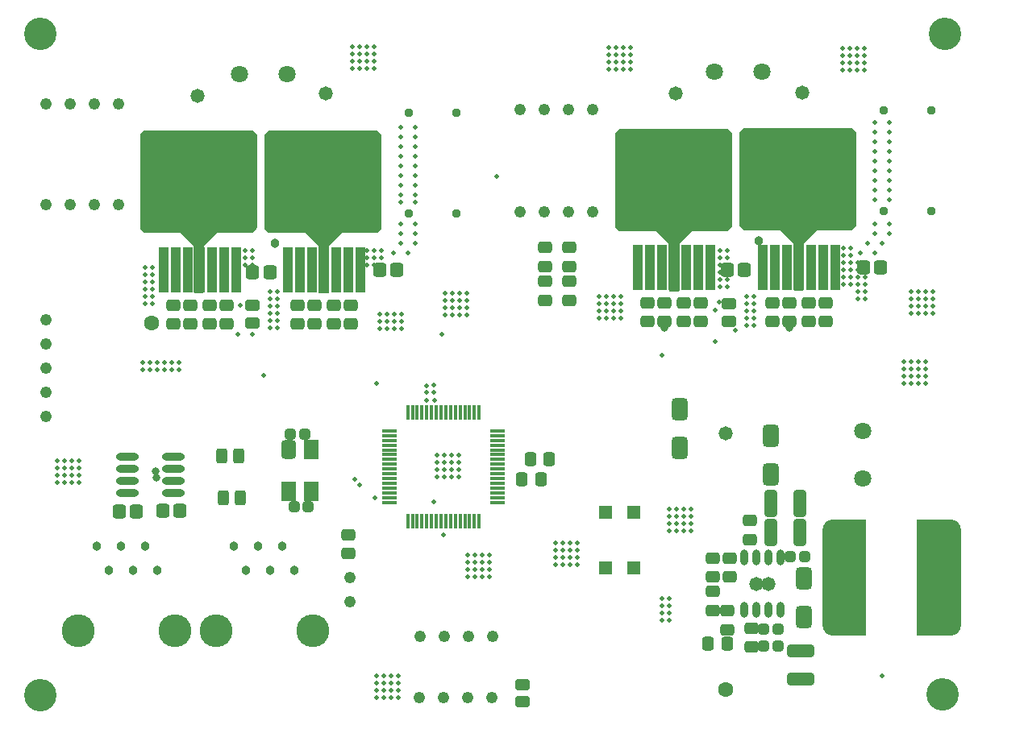
<source format=gts>
G04*
G04 #@! TF.GenerationSoftware,Altium Limited,Altium Designer,18.0.12 (696)*
G04*
G04 Layer_Color=13158*
%FSLAX44Y44*%
%MOMM*%
G71*
G01*
G75*
%ADD17R,1.5000X0.3000*%
%ADD18R,0.3000X1.5000*%
%ADD37O,2.4032X0.8032*%
G04:AMPARAMS|DCode=38|XSize=1.4732mm|YSize=1.3532mm|CornerRadius=0.2741mm|HoleSize=0mm|Usage=FLASHONLY|Rotation=270.000|XOffset=0mm|YOffset=0mm|HoleType=Round|Shape=RoundedRectangle|*
%AMROUNDEDRECTD38*
21,1,1.4732,0.8050,0,0,270.0*
21,1,0.9250,1.3532,0,0,270.0*
1,1,0.5482,-0.4025,-0.4625*
1,1,0.5482,-0.4025,0.4625*
1,1,0.5482,0.4025,0.4625*
1,1,0.5482,0.4025,-0.4625*
%
%ADD38ROUNDEDRECTD38*%
G04:AMPARAMS|DCode=39|XSize=1.6032mm|YSize=1.2032mm|CornerRadius=0.3516mm|HoleSize=0mm|Usage=FLASHONLY|Rotation=180.000|XOffset=0mm|YOffset=0mm|HoleType=Round|Shape=RoundedRectangle|*
%AMROUNDEDRECTD39*
21,1,1.6032,0.5000,0,0,180.0*
21,1,0.9000,1.2032,0,0,180.0*
1,1,0.7032,-0.4500,0.2500*
1,1,0.7032,0.4500,0.2500*
1,1,0.7032,0.4500,-0.2500*
1,1,0.7032,-0.4500,-0.2500*
%
%ADD39ROUNDEDRECTD39*%
%ADD40R,11.0032X9.6032*%
%ADD41R,1.0032X4.8032*%
G04:AMPARAMS|DCode=42|XSize=1.6032mm|YSize=1.2032mm|CornerRadius=0.3516mm|HoleSize=0mm|Usage=FLASHONLY|Rotation=90.000|XOffset=0mm|YOffset=0mm|HoleType=Round|Shape=RoundedRectangle|*
%AMROUNDEDRECTD42*
21,1,1.6032,0.5000,0,0,90.0*
21,1,0.9000,1.2032,0,0,90.0*
1,1,0.7032,0.2500,0.4500*
1,1,0.7032,0.2500,-0.4500*
1,1,0.7032,-0.2500,-0.4500*
1,1,0.7032,-0.2500,0.4500*
%
%ADD42ROUNDEDRECTD42*%
G04:AMPARAMS|DCode=43|XSize=12.2032mm|YSize=4.2032mm|CornerRadius=1.1016mm|HoleSize=0mm|Usage=FLASHONLY|Rotation=90.000|XOffset=0mm|YOffset=0mm|HoleType=Round|Shape=RoundedRectangle|*
%AMROUNDEDRECTD43*
21,1,12.2032,2.0000,0,0,90.0*
21,1,10.0000,4.2032,0,0,90.0*
1,1,2.2032,1.0000,5.0000*
1,1,2.2032,1.0000,-5.0000*
1,1,2.2032,-1.0000,-5.0000*
1,1,2.2032,-1.0000,5.0000*
%
%ADD43ROUNDEDRECTD43*%
%ADD44R,2.1082X12.2032*%
%ADD45O,0.8032X1.6532*%
G04:AMPARAMS|DCode=46|XSize=1.1032mm|YSize=1.1032mm|CornerRadius=0.2366mm|HoleSize=0mm|Usage=FLASHONLY|Rotation=90.000|XOffset=0mm|YOffset=0mm|HoleType=Round|Shape=RoundedRectangle|*
%AMROUNDEDRECTD46*
21,1,1.1032,0.6300,0,0,90.0*
21,1,0.6300,1.1032,0,0,90.0*
1,1,0.4732,0.3150,0.3150*
1,1,0.4732,0.3150,-0.3150*
1,1,0.4732,-0.3150,-0.3150*
1,1,0.4732,-0.3150,0.3150*
%
%ADD46ROUNDEDRECTD46*%
G04:AMPARAMS|DCode=47|XSize=2.9032mm|YSize=1.3532mm|CornerRadius=0.3891mm|HoleSize=0mm|Usage=FLASHONLY|Rotation=270.000|XOffset=0mm|YOffset=0mm|HoleType=Round|Shape=RoundedRectangle|*
%AMROUNDEDRECTD47*
21,1,2.9032,0.5750,0,0,270.0*
21,1,2.1250,1.3532,0,0,270.0*
1,1,0.7782,-0.2875,-1.0625*
1,1,0.7782,-0.2875,1.0625*
1,1,0.7782,0.2875,1.0625*
1,1,0.7782,0.2875,-1.0625*
%
%ADD47ROUNDEDRECTD47*%
G04:AMPARAMS|DCode=48|XSize=2.9032mm|YSize=1.3532mm|CornerRadius=0.3891mm|HoleSize=0mm|Usage=FLASHONLY|Rotation=0.000|XOffset=0mm|YOffset=0mm|HoleType=Round|Shape=RoundedRectangle|*
%AMROUNDEDRECTD48*
21,1,2.9032,0.5750,0,0,0.0*
21,1,2.1250,1.3532,0,0,0.0*
1,1,0.7782,1.0625,-0.2875*
1,1,0.7782,-1.0625,-0.2875*
1,1,0.7782,-1.0625,0.2875*
1,1,0.7782,1.0625,0.2875*
%
%ADD48ROUNDEDRECTD48*%
G04:AMPARAMS|DCode=49|XSize=2.4032mm|YSize=1.7532mm|CornerRadius=0.4891mm|HoleSize=0mm|Usage=FLASHONLY|Rotation=90.000|XOffset=0mm|YOffset=0mm|HoleType=Round|Shape=RoundedRectangle|*
%AMROUNDEDRECTD49*
21,1,2.4032,0.7750,0,0,90.0*
21,1,1.4250,1.7532,0,0,90.0*
1,1,0.9782,0.3875,0.7125*
1,1,0.9782,0.3875,-0.7125*
1,1,0.9782,-0.3875,-0.7125*
1,1,0.9782,-0.3875,0.7125*
%
%ADD49ROUNDEDRECTD49*%
G04:AMPARAMS|DCode=50|XSize=1.4732mm|YSize=1.1532mm|CornerRadius=0.2441mm|HoleSize=0mm|Usage=FLASHONLY|Rotation=180.000|XOffset=0mm|YOffset=0mm|HoleType=Round|Shape=RoundedRectangle|*
%AMROUNDEDRECTD50*
21,1,1.4732,0.6650,0,0,180.0*
21,1,0.9850,1.1532,0,0,180.0*
1,1,0.4882,-0.4925,0.3325*
1,1,0.4882,0.4925,0.3325*
1,1,0.4882,0.4925,-0.3325*
1,1,0.4882,-0.4925,-0.3325*
%
%ADD50ROUNDEDRECTD50*%
G04:AMPARAMS|DCode=51|XSize=1.4732mm|YSize=1.1532mm|CornerRadius=0.2441mm|HoleSize=0mm|Usage=FLASHONLY|Rotation=270.000|XOffset=0mm|YOffset=0mm|HoleType=Round|Shape=RoundedRectangle|*
%AMROUNDEDRECTD51*
21,1,1.4732,0.6650,0,0,270.0*
21,1,0.9850,1.1532,0,0,270.0*
1,1,0.4882,-0.3325,-0.4925*
1,1,0.4882,-0.3325,0.4925*
1,1,0.4882,0.3325,0.4925*
1,1,0.4882,0.3325,-0.4925*
%
%ADD51ROUNDEDRECTD51*%
%ADD52R,1.4732X1.4732*%
%ADD53R,1.6032X2.0032*%
G04:AMPARAMS|DCode=54|XSize=2.0032mm|YSize=1.6032mm|CornerRadius=0.4516mm|HoleSize=0mm|Usage=FLASHONLY|Rotation=270.000|XOffset=0mm|YOffset=0mm|HoleType=Round|Shape=RoundedRectangle|*
%AMROUNDEDRECTD54*
21,1,2.0032,0.7000,0,0,270.0*
21,1,1.1000,1.6032,0,0,270.0*
1,1,0.9032,-0.3500,-0.5500*
1,1,0.9032,-0.3500,0.5500*
1,1,0.9032,0.3500,0.5500*
1,1,0.9032,0.3500,-0.5500*
%
%ADD54ROUNDEDRECTD54*%
%ADD55C,3.4032*%
%ADD56C,3.4032*%
%ADD57C,3.4532*%
%ADD58C,0.9632*%
%ADD59C,1.2192*%
%ADD60C,0.9532*%
%ADD61C,1.8032*%
%ADD62C,0.2032*%
%ADD63C,0.5080*%
%ADD64C,0.8128*%
%ADD65C,0.9652*%
%ADD66C,1.6002*%
%ADD67C,1.4732*%
G36*
X497355Y1373371D02*
X497486Y1373345D01*
X497612Y1373303D01*
X497731Y1373244D01*
X497842Y1373170D01*
X497942Y1373082D01*
X501752Y1369272D01*
X501840Y1369172D01*
X501914Y1369061D01*
X501973Y1368942D01*
X502015Y1368815D01*
X502041Y1368685D01*
X502050Y1368552D01*
Y1270762D01*
X502041Y1270629D01*
X502015Y1270499D01*
X501973Y1270372D01*
X501914Y1270253D01*
X501840Y1270142D01*
X501752Y1270042D01*
X497942Y1266232D01*
X497842Y1266144D01*
X497731Y1266070D01*
X497612Y1266011D01*
X497486Y1265968D01*
X497355Y1265943D01*
X497222Y1265934D01*
X460306Y1265934D01*
X446932Y1252560D01*
X446932Y1204214D01*
X446923Y1204081D01*
X446898Y1203951D01*
X446855Y1203824D01*
X446796Y1203705D01*
X446722Y1203594D01*
X446634Y1203494D01*
X445872Y1202732D01*
X445772Y1202644D01*
X445661Y1202570D01*
X445542Y1202511D01*
X445415Y1202468D01*
X445285Y1202442D01*
X445152Y1202434D01*
X437532D01*
X437399Y1202442D01*
X437268Y1202468D01*
X437142Y1202511D01*
X437023Y1202570D01*
X436912Y1202644D01*
X436812Y1202732D01*
X436050Y1203494D01*
X435962Y1203594D01*
X435888Y1203705D01*
X435829Y1203824D01*
X435787Y1203951D01*
X435760Y1204081D01*
X435752Y1204214D01*
X435752Y1252560D01*
X422378Y1265934D01*
X384192D01*
X384059Y1265943D01*
X383928Y1265968D01*
X383802Y1266011D01*
X383683Y1266070D01*
X383572Y1266144D01*
X383472Y1266232D01*
X379662Y1270042D01*
X379574Y1270142D01*
X379500Y1270253D01*
X379441Y1270372D01*
X379398Y1270499D01*
X379372Y1270629D01*
X379364Y1270762D01*
Y1368552D01*
X379372Y1368685D01*
X379398Y1368815D01*
X379441Y1368942D01*
X379500Y1369061D01*
X379574Y1369172D01*
X379662Y1369272D01*
X383472Y1373082D01*
X383572Y1373170D01*
X383683Y1373244D01*
X383802Y1373303D01*
X383928Y1373345D01*
X384059Y1373371D01*
X384192Y1373380D01*
X497222D01*
X497355Y1373371D01*
D02*
G37*
G36*
X628165Y1373118D02*
X628296Y1373091D01*
X628422Y1373049D01*
X628541Y1372990D01*
X628652Y1372916D01*
X628752Y1372828D01*
X632562Y1369018D01*
X632650Y1368918D01*
X632724Y1368807D01*
X632783Y1368688D01*
X632826Y1368562D01*
X632851Y1368431D01*
X632860Y1368298D01*
Y1270508D01*
X632851Y1270375D01*
X632826Y1270245D01*
X632783Y1270118D01*
X632724Y1269999D01*
X632650Y1269888D01*
X632562Y1269788D01*
X628752Y1265978D01*
X628652Y1265890D01*
X628541Y1265816D01*
X628422Y1265757D01*
X628296Y1265714D01*
X628165Y1265688D01*
X628032Y1265680D01*
X591116Y1265680D01*
X577742Y1252306D01*
X577742Y1203960D01*
X577733Y1203827D01*
X577707Y1203697D01*
X577665Y1203570D01*
X577606Y1203451D01*
X577532Y1203340D01*
X577444Y1203240D01*
X576682Y1202478D01*
X576582Y1202390D01*
X576471Y1202316D01*
X576352Y1202257D01*
X576226Y1202215D01*
X576095Y1202188D01*
X575962Y1202180D01*
X568342D01*
X568209Y1202188D01*
X568078Y1202215D01*
X567952Y1202257D01*
X567833Y1202316D01*
X567722Y1202390D01*
X567622Y1202478D01*
X566860Y1203240D01*
X566772Y1203340D01*
X566698Y1203451D01*
X566639Y1203570D01*
X566596Y1203697D01*
X566571Y1203827D01*
X566562Y1203960D01*
X566562Y1252306D01*
X553188Y1265680D01*
X515002D01*
X514869Y1265688D01*
X514738Y1265714D01*
X514612Y1265757D01*
X514493Y1265816D01*
X514382Y1265890D01*
X514282Y1265978D01*
X510472Y1269788D01*
X510384Y1269888D01*
X510310Y1269999D01*
X510251Y1270118D01*
X510209Y1270245D01*
X510182Y1270375D01*
X510174Y1270508D01*
Y1368298D01*
X510182Y1368431D01*
X510209Y1368562D01*
X510251Y1368688D01*
X510310Y1368807D01*
X510384Y1368918D01*
X510472Y1369018D01*
X514282Y1372828D01*
X514382Y1372916D01*
X514493Y1372990D01*
X514612Y1373049D01*
X514738Y1373091D01*
X514869Y1373118D01*
X515002Y1373126D01*
X628032D01*
X628165Y1373118D01*
D02*
G37*
G36*
X996211Y1374895D02*
X996341Y1374870D01*
X996468Y1374827D01*
X996587Y1374768D01*
X996698Y1374694D01*
X996798Y1374606D01*
X1000608Y1370796D01*
X1000696Y1370696D01*
X1000770Y1370585D01*
X1000829Y1370466D01*
X1000872Y1370340D01*
X1000897Y1370209D01*
X1000906Y1370076D01*
Y1272286D01*
X1000897Y1272153D01*
X1000872Y1272022D01*
X1000829Y1271896D01*
X1000770Y1271777D01*
X1000696Y1271666D01*
X1000608Y1271566D01*
X996798Y1267756D01*
X996698Y1267668D01*
X996587Y1267594D01*
X996468Y1267535D01*
X996341Y1267493D01*
X996211Y1267467D01*
X996078Y1267458D01*
X959162Y1267458D01*
X945788Y1254084D01*
X945788Y1205738D01*
X945779Y1205605D01*
X945753Y1205474D01*
X945711Y1205348D01*
X945652Y1205229D01*
X945578Y1205118D01*
X945490Y1205018D01*
X944728Y1204256D01*
X944628Y1204168D01*
X944517Y1204094D01*
X944398Y1204035D01*
X944271Y1203992D01*
X944141Y1203967D01*
X944008Y1203958D01*
X936388D01*
X936255Y1203967D01*
X936124Y1203992D01*
X935998Y1204035D01*
X935879Y1204094D01*
X935768Y1204168D01*
X935668Y1204256D01*
X934906Y1205018D01*
X934818Y1205118D01*
X934744Y1205229D01*
X934685Y1205348D01*
X934642Y1205474D01*
X934616Y1205605D01*
X934608Y1205738D01*
X934608Y1254084D01*
X921234Y1267458D01*
X883048D01*
X882915Y1267467D01*
X882784Y1267493D01*
X882658Y1267535D01*
X882539Y1267594D01*
X882428Y1267668D01*
X882328Y1267756D01*
X878518Y1271566D01*
X878430Y1271666D01*
X878356Y1271777D01*
X878297Y1271896D01*
X878254Y1272022D01*
X878229Y1272153D01*
X878220Y1272286D01*
Y1370076D01*
X878229Y1370209D01*
X878254Y1370340D01*
X878297Y1370466D01*
X878356Y1370585D01*
X878430Y1370696D01*
X878518Y1370796D01*
X882328Y1374606D01*
X882428Y1374694D01*
X882539Y1374768D01*
X882658Y1374827D01*
X882784Y1374870D01*
X882915Y1374895D01*
X883048Y1374904D01*
X996078D01*
X996211Y1374895D01*
D02*
G37*
G36*
X1127021Y1375912D02*
X1127151Y1375885D01*
X1127278Y1375843D01*
X1127397Y1375784D01*
X1127508Y1375710D01*
X1127608Y1375622D01*
X1131418Y1371812D01*
X1131506Y1371712D01*
X1131580Y1371601D01*
X1131639Y1371482D01*
X1131682Y1371355D01*
X1131707Y1371225D01*
X1131716Y1371092D01*
Y1273302D01*
X1131707Y1273169D01*
X1131682Y1273038D01*
X1131639Y1272912D01*
X1131580Y1272793D01*
X1131506Y1272682D01*
X1131418Y1272582D01*
X1127608Y1268772D01*
X1127508Y1268684D01*
X1127397Y1268610D01*
X1127278Y1268551D01*
X1127151Y1268509D01*
X1127021Y1268483D01*
X1126888Y1268474D01*
X1089972Y1268474D01*
X1076598Y1255100D01*
X1076598Y1206754D01*
X1076589Y1206621D01*
X1076563Y1206490D01*
X1076521Y1206364D01*
X1076462Y1206245D01*
X1076388Y1206134D01*
X1076300Y1206034D01*
X1075538Y1205272D01*
X1075438Y1205184D01*
X1075327Y1205110D01*
X1075208Y1205051D01*
X1075081Y1205008D01*
X1074951Y1204983D01*
X1074818Y1204974D01*
X1067198D01*
X1067065Y1204983D01*
X1066934Y1205008D01*
X1066808Y1205051D01*
X1066689Y1205110D01*
X1066578Y1205184D01*
X1066478Y1205272D01*
X1065716Y1206034D01*
X1065628Y1206134D01*
X1065554Y1206245D01*
X1065495Y1206364D01*
X1065452Y1206490D01*
X1065426Y1206621D01*
X1065418Y1206754D01*
X1065418Y1255100D01*
X1052044Y1268474D01*
X1013858D01*
X1013725Y1268483D01*
X1013594Y1268509D01*
X1013468Y1268551D01*
X1013349Y1268610D01*
X1013238Y1268684D01*
X1013138Y1268772D01*
X1009328Y1272582D01*
X1009240Y1272682D01*
X1009166Y1272793D01*
X1009107Y1272912D01*
X1009064Y1273038D01*
X1009038Y1273169D01*
X1009030Y1273302D01*
Y1371092D01*
X1009038Y1371225D01*
X1009064Y1371355D01*
X1009107Y1371482D01*
X1009166Y1371601D01*
X1009240Y1371712D01*
X1009328Y1371812D01*
X1013138Y1375622D01*
X1013238Y1375710D01*
X1013349Y1375784D01*
X1013468Y1375843D01*
X1013594Y1375885D01*
X1013725Y1375912D01*
X1013858Y1375920D01*
X1126888D01*
X1127021Y1375912D01*
D02*
G37*
D17*
X641003Y982576D02*
D03*
Y987578D02*
D03*
Y992576D02*
D03*
Y997578D02*
D03*
Y1002576D02*
D03*
Y1007578D02*
D03*
Y1012576D02*
D03*
Y1017578D02*
D03*
Y1022576D02*
D03*
Y1027578D02*
D03*
Y1032576D02*
D03*
Y1037578D02*
D03*
Y1042576D02*
D03*
Y1047578D02*
D03*
Y1052576D02*
D03*
Y1057578D02*
D03*
X755003D02*
D03*
Y1052576D02*
D03*
Y1047578D02*
D03*
Y1042576D02*
D03*
Y1037578D02*
D03*
Y1032576D02*
D03*
Y1027578D02*
D03*
Y1022576D02*
D03*
Y1017578D02*
D03*
Y1012576D02*
D03*
Y1007578D02*
D03*
Y1002576D02*
D03*
Y997578D02*
D03*
Y992576D02*
D03*
Y987578D02*
D03*
Y982576D02*
D03*
D18*
X735504Y963077D02*
D03*
X730503D02*
D03*
X725504D02*
D03*
X720503D02*
D03*
X715504D02*
D03*
X710503D02*
D03*
X705504D02*
D03*
X700503D02*
D03*
X695504D02*
D03*
X690503D02*
D03*
X685504D02*
D03*
X680503D02*
D03*
X675504D02*
D03*
X670503D02*
D03*
X665504D02*
D03*
X660503D02*
D03*
Y1077077D02*
D03*
X665504D02*
D03*
X670503D02*
D03*
X675504D02*
D03*
X680503D02*
D03*
X685504D02*
D03*
X690503D02*
D03*
X695504D02*
D03*
X700503D02*
D03*
X705504D02*
D03*
X710503D02*
D03*
X715504D02*
D03*
X720503D02*
D03*
X725504D02*
D03*
X730503D02*
D03*
X735504D02*
D03*
D37*
X366486Y1030224D02*
D03*
Y1017524D02*
D03*
Y1004824D02*
D03*
Y992124D02*
D03*
X414486Y1030224D02*
D03*
Y1017524D02*
D03*
Y1004824D02*
D03*
Y992124D02*
D03*
D38*
X357878Y972664D02*
D03*
X375878D02*
D03*
X421598Y973680D02*
D03*
X403598D02*
D03*
X497730Y1224280D02*
D03*
X515730D02*
D03*
X631080Y1226820D02*
D03*
X649080D02*
D03*
X1139080Y1229360D02*
D03*
X1157080D02*
D03*
X996078Y1226820D02*
D03*
X1014078D02*
D03*
D39*
X497335Y1189337D02*
D03*
Y1171337D02*
D03*
X997712Y1190862D02*
D03*
Y1172862D02*
D03*
X781384Y791066D02*
D03*
Y773066D02*
D03*
D40*
X441960Y1318320D02*
D03*
X940308Y1320860D02*
D03*
X1071118D02*
D03*
X572770Y1318320D02*
D03*
D41*
X480060Y1226820D02*
D03*
X467360D02*
D03*
X454660D02*
D03*
X441960D02*
D03*
X429260D02*
D03*
X416560D02*
D03*
X403860D02*
D03*
X978408Y1229360D02*
D03*
X965708D02*
D03*
X953008D02*
D03*
X940308D02*
D03*
X927608D02*
D03*
X914908D02*
D03*
X902208D02*
D03*
X1109218D02*
D03*
X1096518D02*
D03*
X1083818D02*
D03*
X1071118D02*
D03*
X1058418D02*
D03*
X1045718D02*
D03*
X1033018D02*
D03*
X610870Y1226820D02*
D03*
X598170D02*
D03*
X585470D02*
D03*
X572770D02*
D03*
X560070D02*
D03*
X547370D02*
D03*
X534670D02*
D03*
D42*
X483240Y1031084D02*
D03*
X465240D02*
D03*
X484616Y987448D02*
D03*
X466616D02*
D03*
D43*
X1117092Y903478D02*
D03*
X1220470D02*
D03*
D44*
X1204976D02*
D03*
X1131824D02*
D03*
D45*
X1051828Y924282D02*
D03*
X1039128D02*
D03*
X1026428D02*
D03*
X1013728D02*
D03*
X1051828Y869782D02*
D03*
X1039128D02*
D03*
X1026428D02*
D03*
X1013728D02*
D03*
D46*
X1077108Y925662D02*
D03*
X1062108D02*
D03*
X1034168Y849302D02*
D03*
X1049168D02*
D03*
X1034168Y831522D02*
D03*
X1049168D02*
D03*
X556140Y977646D02*
D03*
X541140D02*
D03*
X537330Y1053846D02*
D03*
X552330D02*
D03*
D47*
X1041892Y950692D02*
D03*
X1071892D02*
D03*
X1041892Y981172D02*
D03*
X1071892D02*
D03*
D48*
X1072926Y796782D02*
D03*
Y826782D02*
D03*
D49*
X1076198Y902822D02*
D03*
Y861822D02*
D03*
X1041668Y1052842D02*
D03*
Y1011842D02*
D03*
X946178Y1039622D02*
D03*
Y1080622D02*
D03*
D50*
X1020078Y943602D02*
D03*
Y963602D02*
D03*
X980708Y904072D02*
D03*
Y924072D02*
D03*
X998728Y904072D02*
D03*
Y924072D02*
D03*
X1021348Y830412D02*
D03*
Y850412D02*
D03*
X995948Y868352D02*
D03*
Y848352D02*
D03*
X980708Y888672D02*
D03*
Y868672D02*
D03*
X598424Y928624D02*
D03*
Y948624D02*
D03*
X414020Y1169830D02*
D03*
Y1189830D02*
D03*
X1043178Y1172370D02*
D03*
Y1192370D02*
D03*
X544830Y1169830D02*
D03*
Y1189830D02*
D03*
X562610Y1169830D02*
D03*
Y1189830D02*
D03*
X582930Y1189830D02*
D03*
Y1169830D02*
D03*
X600710Y1189830D02*
D03*
Y1169830D02*
D03*
X469900Y1189830D02*
D03*
Y1169830D02*
D03*
X452120Y1189830D02*
D03*
Y1169830D02*
D03*
X431800Y1169830D02*
D03*
Y1189830D02*
D03*
X912368Y1172370D02*
D03*
Y1192370D02*
D03*
X930148Y1172370D02*
D03*
Y1192370D02*
D03*
X950468Y1192370D02*
D03*
Y1172370D02*
D03*
X1060958Y1172370D02*
D03*
Y1192370D02*
D03*
X1081278Y1192370D02*
D03*
Y1172370D02*
D03*
X1099058Y1192370D02*
D03*
Y1172370D02*
D03*
X968248Y1192370D02*
D03*
Y1172370D02*
D03*
X804926Y1230282D02*
D03*
Y1250282D02*
D03*
X830326Y1230282D02*
D03*
Y1250282D02*
D03*
Y1194722D02*
D03*
Y1214722D02*
D03*
X804926Y1194722D02*
D03*
Y1214722D02*
D03*
D51*
X995788Y834222D02*
D03*
X975788D02*
D03*
X800194Y1006348D02*
D03*
X780194D02*
D03*
X809084Y1028192D02*
D03*
X789084D02*
D03*
D52*
X868158Y913638D02*
D03*
X898158D02*
D03*
X898158Y972058D02*
D03*
X868158D02*
D03*
D53*
X559370Y1037746D02*
D03*
Y993746D02*
D03*
X535370D02*
D03*
D54*
Y1037746D02*
D03*
D55*
X275085Y779503D02*
D03*
D56*
X1225000Y1475000D02*
D03*
X275000D02*
D03*
X1222502Y780796D02*
D03*
D57*
X560874Y847710D02*
D03*
X459274D02*
D03*
X416348Y847472D02*
D03*
X314748D02*
D03*
D58*
X541774Y911210D02*
D03*
X529074Y936610D02*
D03*
X516374Y911210D02*
D03*
X503674Y936610D02*
D03*
X490974Y911210D02*
D03*
X478274Y936610D02*
D03*
X397248Y910972D02*
D03*
X384548Y936372D02*
D03*
X371848Y910972D02*
D03*
X359148Y936372D02*
D03*
X346448Y910972D02*
D03*
X333748Y936372D02*
D03*
D59*
X599440Y877918D02*
D03*
Y903318D02*
D03*
X356870Y1295240D02*
D03*
X331470D02*
D03*
X306070D02*
D03*
X280670D02*
D03*
X854710Y1287780D02*
D03*
X829310D02*
D03*
X803910D02*
D03*
X778510D02*
D03*
X356870Y1400970D02*
D03*
X331470D02*
D03*
X306070D02*
D03*
X280670D02*
D03*
X854710Y1395730D02*
D03*
X829310D02*
D03*
X803910D02*
D03*
X778510D02*
D03*
X699008Y841756D02*
D03*
X724408D02*
D03*
X749808D02*
D03*
X673608D02*
D03*
X672592Y777240D02*
D03*
X748792D02*
D03*
X723392D02*
D03*
X697992D02*
D03*
X280924Y1098550D02*
D03*
Y1123950D02*
D03*
Y1149350D02*
D03*
Y1174750D02*
D03*
Y1073150D02*
D03*
D60*
X1210018Y1289050D02*
D03*
X1160018D02*
D03*
X1210018Y1394460D02*
D03*
X1160018D02*
D03*
X711670Y1286510D02*
D03*
X661670D02*
D03*
X711670Y1391920D02*
D03*
X661670D02*
D03*
D61*
X534162Y1432560D02*
D03*
X483870D02*
D03*
X1032510Y1435100D02*
D03*
X982218D02*
D03*
X1138188Y1057582D02*
D03*
Y1007290D02*
D03*
D62*
X1032778Y897032D02*
D03*
D63*
X307340Y1010920D02*
D03*
Y1003300D02*
D03*
Y1018540D02*
D03*
Y1026160D02*
D03*
X299720Y1003300D02*
D03*
Y1010920D02*
D03*
Y1018540D02*
D03*
Y1026160D02*
D03*
X292100Y1003300D02*
D03*
Y1010920D02*
D03*
Y1018540D02*
D03*
Y1026160D02*
D03*
X314960Y1003300D02*
D03*
Y1010920D02*
D03*
Y1018540D02*
D03*
Y1026160D02*
D03*
X384810Y1206246D02*
D03*
Y1221486D02*
D03*
Y1198626D02*
D03*
Y1213866D02*
D03*
Y1229106D02*
D03*
Y1191006D02*
D03*
X392430Y1229106D02*
D03*
Y1221486D02*
D03*
Y1213866D02*
D03*
Y1206246D02*
D03*
Y1198626D02*
D03*
Y1191006D02*
D03*
X397764Y1129792D02*
D03*
X413004D02*
D03*
X390144D02*
D03*
X405384D02*
D03*
X420624D02*
D03*
X382524D02*
D03*
X420624Y1122172D02*
D03*
X413004D02*
D03*
X405384D02*
D03*
X397764D02*
D03*
X390144D02*
D03*
X382524D02*
D03*
X982962Y1151618D02*
D03*
X927354Y1137158D02*
D03*
X983234Y1184402D02*
D03*
X1023620Y1168400D02*
D03*
Y1176020D02*
D03*
X691642Y1032256D02*
D03*
X699262D02*
D03*
X706882D02*
D03*
X714502D02*
D03*
X691642Y1024636D02*
D03*
X699262D02*
D03*
X706882D02*
D03*
X714502D02*
D03*
Y1009396D02*
D03*
X706882D02*
D03*
X699262D02*
D03*
X691642D02*
D03*
X714502Y1017016D02*
D03*
X706882D02*
D03*
X699262D02*
D03*
X691642D02*
D03*
X630936Y1180338D02*
D03*
X638556D02*
D03*
X646176D02*
D03*
X653796D02*
D03*
X630936Y1172718D02*
D03*
X638556D02*
D03*
X646176D02*
D03*
X653796D02*
D03*
Y1165098D02*
D03*
X646176D02*
D03*
X638556D02*
D03*
X630936D02*
D03*
X1116838Y1459484D02*
D03*
X1124458D02*
D03*
X1132078D02*
D03*
X1139698D02*
D03*
X1116838Y1451864D02*
D03*
X1124458D02*
D03*
X1132078D02*
D03*
X1139698D02*
D03*
Y1436624D02*
D03*
X1132078D02*
D03*
X1124458D02*
D03*
X1116838D02*
D03*
X1139698Y1444244D02*
D03*
X1132078D02*
D03*
X1124458D02*
D03*
X1116838D02*
D03*
X871982Y1460754D02*
D03*
X879602D02*
D03*
X887222D02*
D03*
X894842D02*
D03*
X871982Y1453134D02*
D03*
X879602D02*
D03*
X887222D02*
D03*
X894842D02*
D03*
Y1437894D02*
D03*
X887222D02*
D03*
X879602D02*
D03*
X871982D02*
D03*
X894842Y1445514D02*
D03*
X887222D02*
D03*
X879602D02*
D03*
X871982D02*
D03*
X602234Y1461008D02*
D03*
X609854D02*
D03*
X617474D02*
D03*
X625094D02*
D03*
X602234Y1453388D02*
D03*
X609854D02*
D03*
X617474D02*
D03*
X625094D02*
D03*
Y1438148D02*
D03*
X617474D02*
D03*
X609854D02*
D03*
X602234D02*
D03*
X625094Y1445768D02*
D03*
X617474D02*
D03*
X609854D02*
D03*
X602234D02*
D03*
X610254Y1001160D02*
D03*
X723392Y911606D02*
D03*
X731012D02*
D03*
X738632D02*
D03*
X746252D02*
D03*
X723392Y903986D02*
D03*
X731012D02*
D03*
X738632D02*
D03*
X746252D02*
D03*
Y919226D02*
D03*
X738632D02*
D03*
X731012D02*
D03*
X723392D02*
D03*
X746252Y926846D02*
D03*
X738632D02*
D03*
X731012D02*
D03*
X723392D02*
D03*
X604520Y1007110D02*
D03*
X626364Y987552D02*
D03*
X861314Y1183640D02*
D03*
X868934D02*
D03*
X876554D02*
D03*
X884174D02*
D03*
X861314Y1176020D02*
D03*
X868934D02*
D03*
X876554D02*
D03*
X884174D02*
D03*
Y1191260D02*
D03*
X876554D02*
D03*
X868934D02*
D03*
X861314D02*
D03*
X884174Y1198880D02*
D03*
X876554D02*
D03*
X868934D02*
D03*
X861314D02*
D03*
X700024Y1187450D02*
D03*
X707644D02*
D03*
X715264D02*
D03*
X722884D02*
D03*
X700024Y1179830D02*
D03*
X707644D02*
D03*
X715264D02*
D03*
X722884D02*
D03*
Y1195070D02*
D03*
X715264D02*
D03*
X707644D02*
D03*
X700024D02*
D03*
X722884Y1202690D02*
D03*
X715264D02*
D03*
X707644D02*
D03*
X700024D02*
D03*
X497332Y1159256D02*
D03*
X484632Y1189736D02*
D03*
X697992Y948182D02*
D03*
X687832Y1105408D02*
D03*
Y1097788D02*
D03*
X688340Y1089914D02*
D03*
X680212D02*
D03*
X680466Y1097788D02*
D03*
Y1105154D02*
D03*
X687832Y982726D02*
D03*
X509524Y1115822D02*
D03*
X358376Y973162D02*
D03*
X815340Y939800D02*
D03*
X822960D02*
D03*
X830580D02*
D03*
X838200D02*
D03*
X815340Y932180D02*
D03*
X822960D02*
D03*
X830580D02*
D03*
X838200D02*
D03*
Y916940D02*
D03*
X830580D02*
D03*
X822960D02*
D03*
X815340D02*
D03*
X838200Y924560D02*
D03*
X830580D02*
D03*
X822960D02*
D03*
X815340D02*
D03*
X927100Y881380D02*
D03*
X934720D02*
D03*
X927100Y873760D02*
D03*
X934720D02*
D03*
Y858520D02*
D03*
X927100D02*
D03*
X934720Y866140D02*
D03*
X927100D02*
D03*
X942340Y975360D02*
D03*
X949960D02*
D03*
X957580D02*
D03*
X934720D02*
D03*
Y967740D02*
D03*
X942340D02*
D03*
X949960D02*
D03*
X957580D02*
D03*
Y952500D02*
D03*
X949960D02*
D03*
X942340D02*
D03*
X934720D02*
D03*
Y960120D02*
D03*
X957580D02*
D03*
X949960D02*
D03*
X942340D02*
D03*
X1188720Y1130300D02*
D03*
X1196340D02*
D03*
X1203960D02*
D03*
X1181100D02*
D03*
Y1122680D02*
D03*
X1188720D02*
D03*
X1196340D02*
D03*
X1203960D02*
D03*
Y1107440D02*
D03*
X1196340D02*
D03*
X1188720D02*
D03*
X1181100D02*
D03*
X1203960Y1115060D02*
D03*
X1196340D02*
D03*
X1188720D02*
D03*
X1181100D02*
D03*
X1188720Y1203960D02*
D03*
X1196340D02*
D03*
X1203960D02*
D03*
X1211580D02*
D03*
X1188720Y1196340D02*
D03*
X1196340D02*
D03*
X1203960D02*
D03*
X1211580D02*
D03*
Y1181100D02*
D03*
X1203960D02*
D03*
X1196340D02*
D03*
X1188720D02*
D03*
X1211580Y1188720D02*
D03*
X1203960D02*
D03*
X1196340D02*
D03*
X1188720D02*
D03*
X635000Y784860D02*
D03*
X642620D02*
D03*
X650240D02*
D03*
X627380D02*
D03*
Y777240D02*
D03*
X635000D02*
D03*
X642620D02*
D03*
X650240D02*
D03*
Y792480D02*
D03*
X642620D02*
D03*
X635000D02*
D03*
X627380D02*
D03*
X1158240Y800100D02*
D03*
X650240D02*
D03*
X642620D02*
D03*
X635000D02*
D03*
X627380D02*
D03*
X1132840Y1234440D02*
D03*
Y1226820D02*
D03*
Y1219200D02*
D03*
Y1211580D02*
D03*
Y1203960D02*
D03*
Y1196340D02*
D03*
X1140460Y1234440D02*
D03*
Y1196340D02*
D03*
Y1211580D02*
D03*
Y1226820D02*
D03*
Y1203960D02*
D03*
Y1219200D02*
D03*
X1117600Y1249680D02*
D03*
Y1242060D02*
D03*
Y1234440D02*
D03*
Y1226820D02*
D03*
Y1219200D02*
D03*
Y1211580D02*
D03*
X1125220Y1249680D02*
D03*
Y1211580D02*
D03*
Y1226820D02*
D03*
Y1242060D02*
D03*
Y1219200D02*
D03*
Y1234440D02*
D03*
X988060Y1247140D02*
D03*
Y1239520D02*
D03*
Y1231900D02*
D03*
Y1224280D02*
D03*
Y1216660D02*
D03*
Y1209040D02*
D03*
X995680Y1247140D02*
D03*
Y1209040D02*
D03*
Y1224280D02*
D03*
Y1239520D02*
D03*
Y1216660D02*
D03*
Y1231900D02*
D03*
X490110Y1247140D02*
D03*
Y1239520D02*
D03*
Y1231900D02*
D03*
X497730Y1247140D02*
D03*
Y1239520D02*
D03*
Y1231900D02*
D03*
X624840Y1239520D02*
D03*
Y1247140D02*
D03*
Y1231900D02*
D03*
X632460D02*
D03*
X617220D02*
D03*
X632460Y1239520D02*
D03*
X617220D02*
D03*
X632460Y1247140D02*
D03*
X617220D02*
D03*
X1004316Y1163066D02*
D03*
X987708Y1193034D02*
D03*
X696722Y1159002D02*
D03*
X482346D02*
D03*
X627380Y1107440D02*
D03*
X753948Y1325042D02*
D03*
X652780Y1376680D02*
D03*
X668020D02*
D03*
Y1366520D02*
D03*
X652780D02*
D03*
X668020Y1356360D02*
D03*
X652780D02*
D03*
X668020Y1346200D02*
D03*
X652780D02*
D03*
X668020Y1336040D02*
D03*
X652780D02*
D03*
X668020Y1325880D02*
D03*
X652780D02*
D03*
X668020Y1315720D02*
D03*
X652780D02*
D03*
X668020Y1305560D02*
D03*
X652780D02*
D03*
X668020Y1275080D02*
D03*
X652780D02*
D03*
X668020Y1264920D02*
D03*
X652780D02*
D03*
X668020Y1254760D02*
D03*
X652780D02*
D03*
X660400Y1244600D02*
D03*
X645160D02*
D03*
X1165860Y1381760D02*
D03*
X1150620D02*
D03*
X1165860Y1371600D02*
D03*
X1150620D02*
D03*
X1165860Y1361440D02*
D03*
X1150620D02*
D03*
X1165860Y1351280D02*
D03*
X1150620D02*
D03*
X1165860Y1341120D02*
D03*
X1150620D02*
D03*
X1165860Y1330960D02*
D03*
X1150620D02*
D03*
X1165860Y1320800D02*
D03*
X1150620D02*
D03*
X1165860Y1310640D02*
D03*
X1150620D02*
D03*
X1165860Y1275080D02*
D03*
X1150620D02*
D03*
X1165860Y1264920D02*
D03*
X1150620D02*
D03*
X1158240Y1254760D02*
D03*
X1143000D02*
D03*
X1150620Y1244600D02*
D03*
X1135380D02*
D03*
X1165860Y1300480D02*
D03*
X1150620D02*
D03*
X668020Y1297940D02*
D03*
X652780D02*
D03*
X515620Y1203960D02*
D03*
Y1196340D02*
D03*
Y1188720D02*
D03*
Y1181100D02*
D03*
Y1173480D02*
D03*
Y1165860D02*
D03*
X523240Y1203960D02*
D03*
Y1165860D02*
D03*
Y1181100D02*
D03*
Y1196340D02*
D03*
Y1173480D02*
D03*
Y1188720D02*
D03*
X1016000Y1198880D02*
D03*
Y1191260D02*
D03*
Y1183640D02*
D03*
Y1176020D02*
D03*
Y1168400D02*
D03*
X1023620Y1183640D02*
D03*
Y1198880D02*
D03*
Y1191260D02*
D03*
D64*
X1060958Y1165860D02*
D03*
X930148Y1166114D02*
D03*
X395986Y1015238D02*
D03*
X396240Y1008380D02*
D03*
D65*
X1028700Y1257300D02*
D03*
X520700Y1254760D02*
D03*
D66*
X994029Y785368D02*
D03*
X391160Y1170940D02*
D03*
D67*
X994664Y1055116D02*
D03*
X1026428Y897032D02*
D03*
X1039128D02*
D03*
X1074674Y1413256D02*
D03*
X942086Y1412240D02*
D03*
X574294Y1412494D02*
D03*
X439674Y1409954D02*
D03*
M02*

</source>
